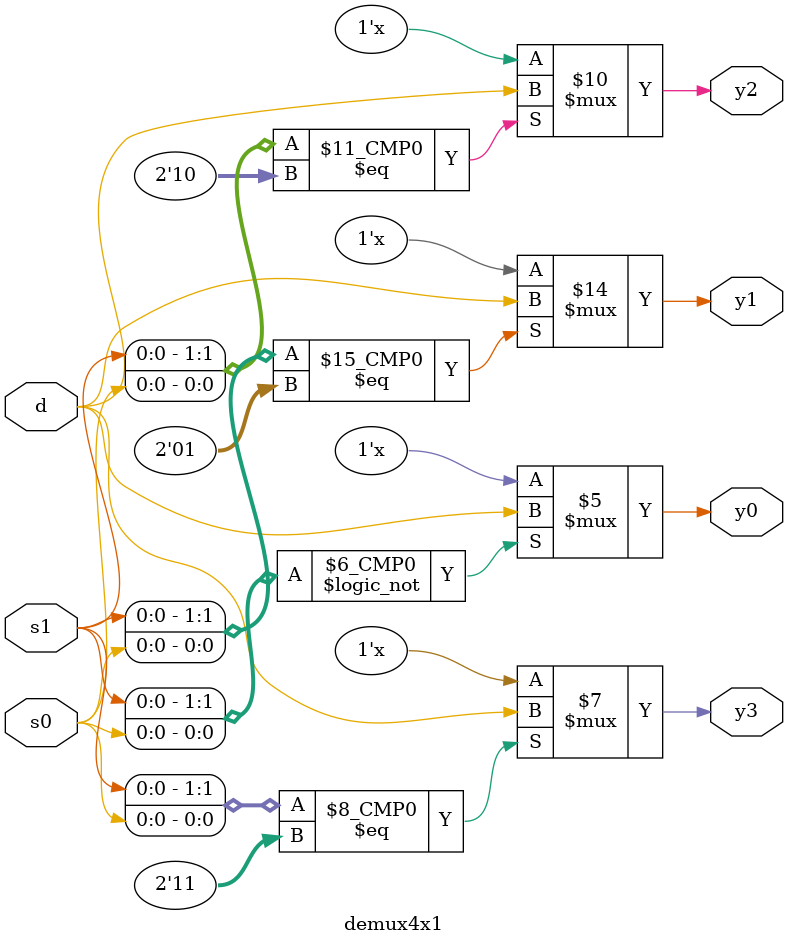
<source format=v>
module demux4x1(d,s1,s0,y0,y1,y2,y3);
  input d,s1,s0;
  output y0,y1,y2,y3;
  always@*
  case({s1,s0})
  2'b00: y0=d;
  2'b01: y1=d;
  2'b10: y2=d;
  2'b11: y3=d;
 endcase
endmodule
</source>
